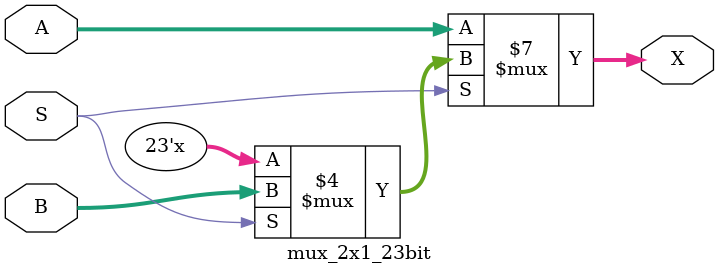
<source format=v>
module mux_2x1_23bit (
    input S,
    input [22:0] A, B,
    output reg [22:0] X
);

always @ (*) 
    begin
        if (S == 1'b0)
            X <= A;
        else if (S == 1'b1)
            X <= B;
    end
endmodule
</source>
